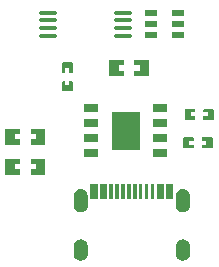
<source format=gbp>
G04 Layer: BottomPasteMaskLayer*
G04 EasyEDA v6.5.34, 2023-09-27 10:23:30*
G04 87bef9fe7c554d65b7a66a9a83d39501,21748b100a60428d983dd69a996fde11,10*
G04 Gerber Generator version 0.2*
G04 Scale: 100 percent, Rotated: No, Reflected: No *
G04 Dimensions in millimeters *
G04 leading zeros omitted , absolute positions ,4 integer and 5 decimal *
%FSLAX45Y45*%
%MOMM*%

%AMMACRO1*21,1,$1,$2,0,0,$3*%
%ADD10O,1.499997X0.3999992*%
%ADD11MACRO1,0.6X1.2X-90.0000*%
%ADD12MACRO1,3.3X2.4X90.0000*%
%ADD13MACRO1,0.532X1.072X90.0000*%

%LPD*%
G36*
X3783787Y-248513D02*
G01*
X3778808Y-253492D01*
X3778300Y-294487D01*
X3823309Y-294487D01*
X3823309Y-339496D01*
X3779316Y-339496D01*
X3778808Y-381508D01*
X3783787Y-386486D01*
X3898798Y-386486D01*
X3903827Y-381508D01*
X3903827Y-253492D01*
X3898798Y-248513D01*
G37*
G36*
X3568801Y-248513D02*
G01*
X3563823Y-253492D01*
X3563823Y-381508D01*
X3568801Y-386486D01*
X3683812Y-386486D01*
X3688791Y-381508D01*
X3688791Y-339496D01*
X3644290Y-339496D01*
X3644290Y-294487D01*
X3688283Y-294487D01*
X3688791Y-253492D01*
X3683812Y-248513D01*
G37*
G36*
X3783787Y5486D02*
G01*
X3778808Y508D01*
X3778300Y-40487D01*
X3823309Y-40487D01*
X3823309Y-85496D01*
X3779316Y-85496D01*
X3778808Y-127508D01*
X3783787Y-132486D01*
X3898798Y-132486D01*
X3903827Y-127508D01*
X3903827Y508D01*
X3898798Y5486D01*
G37*
G36*
X3568801Y5486D02*
G01*
X3563823Y508D01*
X3563823Y-127508D01*
X3568801Y-132486D01*
X3683812Y-132486D01*
X3688791Y-127508D01*
X3688791Y-85496D01*
X3644290Y-85496D01*
X3644290Y-40487D01*
X3688283Y-40487D01*
X3688791Y508D01*
X3683812Y5486D01*
G37*
G36*
X4447590Y587705D02*
G01*
X4442612Y582676D01*
X4442612Y454710D01*
X4447590Y449681D01*
X4562602Y449681D01*
X4567580Y454710D01*
X4568088Y495706D01*
X4523079Y495706D01*
X4523079Y540715D01*
X4567123Y540715D01*
X4567580Y582676D01*
X4562602Y587705D01*
G37*
G36*
X4662576Y587705D02*
G01*
X4657598Y582676D01*
X4657598Y540715D01*
X4702098Y540715D01*
X4702098Y495706D01*
X4658106Y495706D01*
X4657598Y454710D01*
X4662576Y449681D01*
X4777587Y449681D01*
X4782616Y454710D01*
X4782616Y582676D01*
X4777587Y587705D01*
G37*
G36*
X5233822Y-69291D02*
G01*
X5228793Y-74320D01*
X5228793Y-98501D01*
X5265775Y-98501D01*
X5265775Y-131521D01*
X5228793Y-131521D01*
X5228793Y-154279D01*
X5233822Y-159308D01*
X5313781Y-159308D01*
X5318810Y-154279D01*
X5318810Y-74320D01*
X5313781Y-69291D01*
G37*
G36*
X5074818Y-69291D02*
G01*
X5069789Y-74320D01*
X5069789Y-154279D01*
X5074818Y-159308D01*
X5153812Y-159308D01*
X5158790Y-154279D01*
X5158790Y-131521D01*
X5120792Y-131521D01*
X5120792Y-98501D01*
X5158790Y-98501D01*
X5158790Y-74320D01*
X5153812Y-69291D01*
G37*
G36*
X4049420Y569010D02*
G01*
X4044391Y563981D01*
X4044391Y484022D01*
X4049420Y478993D01*
X4073601Y478993D01*
X4073601Y516026D01*
X4106621Y516026D01*
X4106621Y478993D01*
X4129379Y478993D01*
X4134408Y484022D01*
X4134408Y563981D01*
X4129379Y569010D01*
G37*
G36*
X4049420Y408990D02*
G01*
X4044391Y404012D01*
X4044391Y325018D01*
X4049420Y319989D01*
X4129379Y319989D01*
X4134408Y325018D01*
X4134408Y404012D01*
X4129379Y408990D01*
X4106621Y408990D01*
X4106621Y370992D01*
X4073601Y370992D01*
X4073601Y408990D01*
G37*
G36*
X5246522Y172008D02*
G01*
X5241493Y166979D01*
X5241493Y142798D01*
X5278475Y142798D01*
X5278475Y109778D01*
X5241493Y109778D01*
X5241493Y87020D01*
X5246522Y81991D01*
X5326481Y81991D01*
X5331510Y87020D01*
X5331510Y166979D01*
X5326481Y172008D01*
G37*
G36*
X5087518Y172008D02*
G01*
X5082489Y166979D01*
X5082489Y87020D01*
X5087518Y81991D01*
X5166512Y81991D01*
X5171490Y87020D01*
X5171490Y109778D01*
X5133492Y109778D01*
X5133492Y142798D01*
X5171490Y142798D01*
X5171490Y166979D01*
X5166512Y172008D01*
G37*
G36*
X4285488Y-462280D02*
G01*
X4285488Y-592277D01*
X4345482Y-592277D01*
X4345482Y-462280D01*
G37*
G36*
X4695494Y-462280D02*
G01*
X4695494Y-592277D01*
X4725517Y-592277D01*
X4725517Y-462280D01*
G37*
G36*
X4925517Y-462280D02*
G01*
X4925517Y-592277D01*
X4985512Y-592277D01*
X4985512Y-462280D01*
G37*
G36*
X4595520Y-462280D02*
G01*
X4595520Y-592277D01*
X4625492Y-592277D01*
X4625492Y-462280D01*
G37*
G36*
X4445508Y-462280D02*
G01*
X4445508Y-592277D01*
X4475480Y-592277D01*
X4475480Y-462280D01*
G37*
G36*
X4745482Y-462280D02*
G01*
X4745482Y-592277D01*
X4775504Y-592277D01*
X4775504Y-462280D01*
G37*
G36*
X4495546Y-462280D02*
G01*
X4495546Y-592277D01*
X4525518Y-592277D01*
X4525518Y-462280D01*
G37*
G36*
X4545482Y-462280D02*
G01*
X4545482Y-592277D01*
X4575505Y-592277D01*
X4575505Y-462280D01*
G37*
G36*
X4795520Y-462280D02*
G01*
X4795520Y-592277D01*
X4825492Y-592277D01*
X4825492Y-462280D01*
G37*
G36*
X4645507Y-462280D02*
G01*
X4645507Y-592277D01*
X4675479Y-592277D01*
X4675479Y-462280D01*
G37*
G36*
X4845507Y-462280D02*
G01*
X4845507Y-592277D01*
X4905502Y-592277D01*
X4905502Y-462280D01*
G37*
G36*
X5066538Y-504139D02*
G01*
X5060543Y-504596D01*
X5054650Y-505612D01*
X5048910Y-507238D01*
X5043322Y-509422D01*
X5037988Y-512165D01*
X5033010Y-515416D01*
X5028336Y-519125D01*
X5024018Y-523290D01*
X5020208Y-527913D01*
X5016804Y-532841D01*
X5013960Y-538073D01*
X5011623Y-543610D01*
X5009845Y-549300D01*
X5008676Y-555193D01*
X5008067Y-561136D01*
X5008016Y-644144D01*
X5008321Y-650087D01*
X5009184Y-656031D01*
X5010658Y-661822D01*
X5012740Y-667410D01*
X5015331Y-672795D01*
X5018430Y-677926D01*
X5022037Y-682701D01*
X5026101Y-687070D01*
X5030622Y-691032D01*
X5035448Y-694537D01*
X5040630Y-697534D01*
X5046065Y-699973D01*
X5051755Y-701852D01*
X5057597Y-703224D01*
X5063540Y-703935D01*
X5069484Y-704088D01*
X5075478Y-703630D01*
X5081371Y-702614D01*
X5087112Y-700989D01*
X5092700Y-698804D01*
X5098034Y-696061D01*
X5103012Y-692861D01*
X5107736Y-689102D01*
X5112004Y-684936D01*
X5115864Y-680364D01*
X5119217Y-675386D01*
X5122062Y-670153D01*
X5124399Y-664616D01*
X5126177Y-658926D01*
X5127345Y-653084D01*
X5127955Y-647090D01*
X5128006Y-564134D01*
X5127701Y-558139D01*
X5126837Y-552246D01*
X5125364Y-546455D01*
X5123281Y-540816D01*
X5120690Y-535432D01*
X5117592Y-530301D01*
X5113985Y-525576D01*
X5109921Y-521157D01*
X5105400Y-517194D01*
X5100574Y-513740D01*
X5095392Y-510743D01*
X5089906Y-508254D01*
X5084267Y-506374D01*
X5078425Y-505053D01*
X5072481Y-504291D01*
G37*
G36*
X4201515Y-504139D02*
G01*
X4195521Y-504596D01*
X4189628Y-505612D01*
X4183887Y-507238D01*
X4178300Y-509422D01*
X4172965Y-512165D01*
X4167987Y-515416D01*
X4163263Y-519125D01*
X4158996Y-523290D01*
X4155135Y-527913D01*
X4151782Y-532841D01*
X4148937Y-538073D01*
X4146600Y-543610D01*
X4144822Y-549300D01*
X4143654Y-555193D01*
X4143044Y-561136D01*
X4142994Y-644144D01*
X4143298Y-650087D01*
X4144162Y-656031D01*
X4145635Y-661822D01*
X4147718Y-667410D01*
X4150309Y-672795D01*
X4153408Y-677926D01*
X4157014Y-682701D01*
X4161078Y-687070D01*
X4165600Y-691032D01*
X4170426Y-694537D01*
X4175607Y-697534D01*
X4181094Y-699973D01*
X4186732Y-701852D01*
X4192574Y-703224D01*
X4198518Y-703935D01*
X4204462Y-704088D01*
X4210456Y-703630D01*
X4216349Y-702614D01*
X4222089Y-700989D01*
X4227677Y-698804D01*
X4233011Y-696061D01*
X4237990Y-692861D01*
X4242663Y-689102D01*
X4246981Y-684936D01*
X4250791Y-680364D01*
X4254195Y-675386D01*
X4257040Y-670153D01*
X4259376Y-664616D01*
X4261154Y-658926D01*
X4262323Y-653084D01*
X4262932Y-647090D01*
X4262983Y-564134D01*
X4262678Y-558139D01*
X4261815Y-552246D01*
X4260342Y-546455D01*
X4258259Y-540816D01*
X4255668Y-535432D01*
X4252569Y-530301D01*
X4248962Y-525576D01*
X4244898Y-521157D01*
X4240377Y-517194D01*
X4235551Y-513740D01*
X4230370Y-510743D01*
X4224934Y-508254D01*
X4219244Y-506374D01*
X4213402Y-505053D01*
X4207459Y-504291D01*
G37*
G36*
X5066538Y-932129D02*
G01*
X5060543Y-932586D01*
X5054650Y-933602D01*
X5048910Y-935228D01*
X5043322Y-937412D01*
X5037988Y-940155D01*
X5033010Y-943406D01*
X5028336Y-947115D01*
X5024018Y-951280D01*
X5020208Y-955903D01*
X5016804Y-960831D01*
X5013960Y-966063D01*
X5011623Y-971600D01*
X5009845Y-977290D01*
X5008676Y-983183D01*
X5008067Y-989126D01*
X5008016Y-1052118D01*
X5008321Y-1058062D01*
X5009184Y-1064006D01*
X5010658Y-1069797D01*
X5012740Y-1075436D01*
X5015331Y-1080820D01*
X5018430Y-1085900D01*
X5022037Y-1090676D01*
X5026101Y-1095044D01*
X5030622Y-1099007D01*
X5035448Y-1102512D01*
X5040630Y-1105509D01*
X5046065Y-1107948D01*
X5051755Y-1109878D01*
X5057597Y-1111199D01*
X5063540Y-1111961D01*
X5069484Y-1112113D01*
X5075478Y-1111656D01*
X5081371Y-1110589D01*
X5087112Y-1108964D01*
X5092700Y-1106779D01*
X5098034Y-1104087D01*
X5103012Y-1100836D01*
X5107736Y-1097076D01*
X5112004Y-1092911D01*
X5115864Y-1088339D01*
X5119217Y-1083411D01*
X5122062Y-1078128D01*
X5124399Y-1072642D01*
X5126177Y-1066901D01*
X5127345Y-1061059D01*
X5127955Y-1055116D01*
X5128006Y-992124D01*
X5127701Y-986129D01*
X5126837Y-980236D01*
X5125364Y-974445D01*
X5123281Y-968806D01*
X5120690Y-963421D01*
X5117592Y-958291D01*
X5113985Y-953566D01*
X5109921Y-949147D01*
X5105400Y-945184D01*
X5100574Y-941730D01*
X5095392Y-938733D01*
X5089906Y-936244D01*
X5084267Y-934364D01*
X5078425Y-933043D01*
X5072481Y-932281D01*
G37*
G36*
X4201515Y-932129D02*
G01*
X4195521Y-932586D01*
X4189628Y-933602D01*
X4183887Y-935228D01*
X4178300Y-937412D01*
X4172965Y-940155D01*
X4167987Y-943406D01*
X4163263Y-947115D01*
X4158996Y-951280D01*
X4155135Y-955903D01*
X4151782Y-960831D01*
X4148937Y-966063D01*
X4146600Y-971600D01*
X4144822Y-977290D01*
X4143654Y-983183D01*
X4143044Y-989126D01*
X4142994Y-1052118D01*
X4143298Y-1058062D01*
X4144162Y-1064006D01*
X4145635Y-1069797D01*
X4147718Y-1075436D01*
X4150309Y-1080820D01*
X4153408Y-1085900D01*
X4157014Y-1090676D01*
X4161078Y-1095044D01*
X4165600Y-1099007D01*
X4170426Y-1102512D01*
X4175607Y-1105509D01*
X4181094Y-1107948D01*
X4186732Y-1109878D01*
X4192574Y-1111199D01*
X4198518Y-1111961D01*
X4204462Y-1112113D01*
X4210456Y-1111656D01*
X4216349Y-1110589D01*
X4222089Y-1108964D01*
X4227677Y-1106779D01*
X4233011Y-1104087D01*
X4237990Y-1100836D01*
X4242663Y-1097076D01*
X4246981Y-1092911D01*
X4250791Y-1088339D01*
X4254195Y-1083411D01*
X4257040Y-1078128D01*
X4259376Y-1072642D01*
X4261154Y-1066901D01*
X4262323Y-1061059D01*
X4262932Y-1055116D01*
X4262983Y-992124D01*
X4262678Y-986129D01*
X4261815Y-980236D01*
X4260342Y-974445D01*
X4258259Y-968806D01*
X4255668Y-963421D01*
X4252569Y-958291D01*
X4248962Y-953566D01*
X4244898Y-949147D01*
X4240377Y-945184D01*
X4235551Y-941730D01*
X4230370Y-938733D01*
X4224934Y-936244D01*
X4219244Y-934364D01*
X4213402Y-933043D01*
X4207459Y-932281D01*
G37*
G36*
X4365498Y-462280D02*
G01*
X4365498Y-592277D01*
X4425492Y-592277D01*
X4425492Y-462280D01*
G37*
D10*
G01*
X4561840Y986510D03*
G01*
X4561840Y921486D03*
G01*
X4561840Y856462D03*
G01*
X4561840Y791438D03*
G01*
X3921759Y986510D03*
G01*
X3921759Y921486D03*
G01*
X3921759Y856462D03*
G01*
X3921759Y791438D03*
D11*
G01*
X4875530Y177800D03*
G01*
X4875530Y50800D03*
G01*
X4875530Y-76200D03*
G01*
X4875530Y-203200D03*
G01*
X4293869Y-203200D03*
G01*
X4293869Y-76200D03*
G01*
X4293869Y50800D03*
G01*
X4293869Y177800D03*
D12*
G01*
X4584700Y-12701D03*
D13*
G01*
X4799990Y794003D03*
G01*
X4799990Y889000D03*
G01*
X4799990Y983996D03*
G01*
X5029809Y983996D03*
G01*
X5029809Y889000D03*
G01*
X5029809Y794003D03*
M02*

</source>
